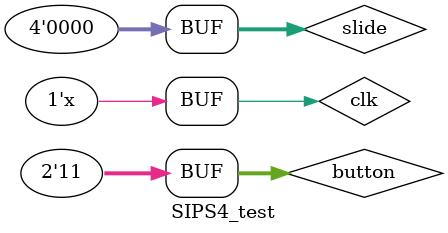
<source format=v>
`timescale 100ps/100ps

module SIPS4_test();
reg        clk;
wire [7:0] LED;
reg  [3:0] slide;
reg  [1:0] button;

parameter STEP = 1000;

SIPS4 cpu(.clk_base(clk),.slide(slide),.button(button),.LED(LED));

always #(STEP/2)clk=~clk;
initial begin
	clk=0;
	slide=0;
	button=2'b11;
end

endmodule

</source>
